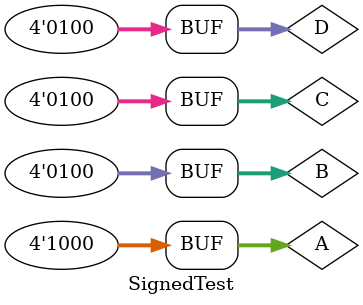
<source format=v>
`timescale 1ns / 1ps

module SignedTest(

    );
reg [3:0]A=4'b1000;
reg [3:0]B=4'b0100;
reg [3:0]C;
reg [3:0]D;
always @*
begin
    C=A-B;
    D=$signed(A)-$signed(B);
end
endmodule

</source>
